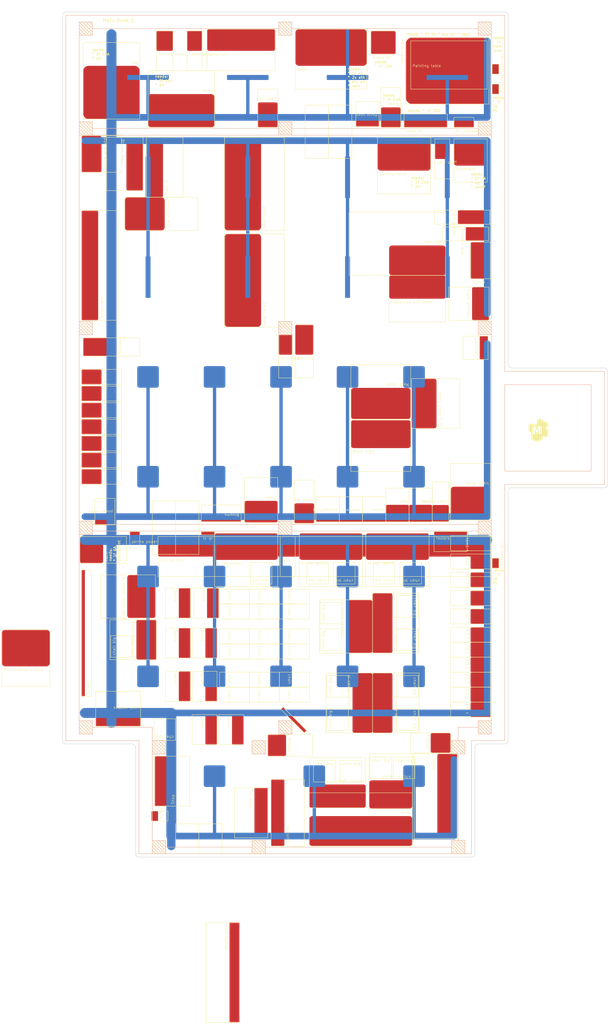
<source format=kicad_pcb>
(kicad_pcb (version 20211014) (generator pcbnew)
  (title_block (rev "5.0"))
  (layers (0 "F.Cu" signal) (1 "In1.Cu" signal "freeway.Cu") (2 "In2.Cu" signal "air.Cu") (31 "B.Cu" signal) (34 "B.Paste" user) (35 "F.Paste" user) (36 "B.SilkS" user "B.Silkscreen") (37 "F.SilkS" user "F.Silkscreen") (38 "B.Mask" user) (39 "F.Mask" user) (44 "Edge.Cuts" user))
  (net 0 "")
  (net 99 "Net-(L1-Pad1)")
  (footprint "-local:_o_lathe__" (layer "F.Cu") (at 120 55 180)
    (fp_text reference "R2")
    (fp_text value "Lathe")
  )
  (footprint "-local:_q_power_meter__" (layer "F.Cu") (at 101 263.5 90)
    (fp_text reference "R93")
    (fp_text value "meter")
  )
  (footprint "-local:_o_wheel_tower1__" (layer "F.Cu") (at 80 142.25 90)
    (fp_text reference "R52")
    (fp_text value "profile t")
  )
  (footprint "-local:_o_table_next__" (layer "F.Cu") (at 172.5 99.5)
    (fp_text reference "R16")
    (fp_text value "Table saw exit table")
  )
  (footprint "-local:_o_mill__" (layer "F.Cu") (at 97.5 52.5 180)
    (fp_text reference "R1")
    (fp_text value "Mill")
  )
  (footprint "-local:chair_small" (layer "F.Cu") (at 148.5 193.75 -90)
    (fp_text reference "Cs13")
    (fp_text value "chair s")
  )
  (footprint "-local:_e_rack__" (layer "F.Cu") (at 79.5 186 90)
    (fp_text reference "R99")
    (fp_text value "Rack")
  )
  (footprint "-local:_e_lab_table_tall__" (layer "F.Cu") (at 145.5 177)
    (fp_text reference "R74")
    (fp_text value "el lab table2")
  )
  (footprint "-local:_o_trash_bottles__" (layer "F.Cu") (at 127.5 294 -90)
    (fp_text reference "R43")
    (fp_text value "trash bottles")
  )
  (footprint "-local:_e_kitchen__" (layer "F.Cu") (at 193 243.25 -90)
    (fp_text reference "R66")
    (fp_text value "kitchen")
  )
  (footprint "-local:chair_small" (layer "F.Cu") (at 139.5 198.25 -90)
    (fp_text reference "Cs6")
    (fp_text value "chair s")
  )
  (footprint "-local:chair_small" (layer "F.Cu") (at 130.5 193.75 -90)
    (fp_text reference "Cs4")
    (fp_text value "chair s")
  )
  (footprint "-local:_e_bench__" (layer "F.Cu") (at 112.75 205.5 -90)
    (fp_text reference "Be6")
    (fp_text value "bench")
  )
  (footprint "-local:_o_metal_rack__" (layer "F.Cu") (at 80 113 90)
    (fp_text reference "R18")
    (fp_text value "metal rack")
  )
  (footprint "-local:chair_big" (layer "F.Cu") (at 159 189 180)
    (fp_text reference "Cb15")
    (fp_text value "chair big")
  )
  (footprint "-local:_o_work_clothes__" (layer "F.Cu") (at 97.75 235 180)
    (fp_text reference "R72")
    (fp_text value "work clothes")
  )
  (footprint "-local:_o_wheel_tower2__" (layer "F.Cu") (at 111.75 26)
    (fp_text reference "R3")
    (fp_text value "Lathe tools")
  )
  (footprint "-local:_o_trash_bucket__" (layer "F.Cu") (at 190.5 173.5 180)
    (fp_text reference "R41")
    (fp_text value "trash bucket")
  )
  (footprint "-local:base_main" (layer "F.Cu") (at 81.28 25.32)
    (fp_text reference "Main_Base_1")
    (fp_text value "Main Base")
    (fp_line (start 117 216) (end 117 248) (layer "Edge.Cuts") (width 0.12))
    (fp_line (start 156 138) (end 128 138) (layer "Edge.Cuts") (width 0.12))
    (fp_line (start -6 -5) (end 126 -5) (layer "Edge.Cuts") (width 0.12))
    (fp_line (start 15 248) (end 15 216) (layer "Edge.Cuts") (width 0.12))
    (fp_line (start 14 215) (end -6 215) (layer "Edge.Cuts") (width 0.12))
    (fp_line (start 127 -4) (end 127 101) (layer "Edge.Cuts") (width 0.12))
    (fp_line (start 128 102) (end 156 102) (layer "Edge.Cuts") (width 0.12))
    (fp_line (start 126 215) (end 118 215) (layer "Edge.Cuts") (width 0.12))
    (fp_line (start -7 214) (end -7 -4) (layer "Edge.Cuts") (width 0.12))
    (fp_line (start 157 103) (end 157 137) (layer "Edge.Cuts") (width 0.12))
    (fp_line (start 127 139) (end 127 214) (layer "Edge.Cuts") (width 0.12))
    (fp_line (start 116 249) (end 16 249) (layer "Edge.Cuts") (width 0.12))
    (fp_arc (start 117 216) (mid 117.292893 215.292893) (end 118 215) (layer "Edge.Cuts") (width 0.12))
    (fp_arc (start 117 248) (mid 116.707107 248.707107) (end 116 249) (layer "Edge.Cuts") (width 0.12))
    (fp_arc (start 156 102) (mid 156.707107 102.292893) (end 157 103) (layer "Edge.Cuts") (width 0.12))
    (fp_arc (start 128 102) (mid 127.292893 101.707107) (end 127 101) (layer "Edge.Cuts") (width 0.12))
    (fp_arc (start -6 215) (mid -6.707107 214.707107) (end -7 214) (layer "Edge.Cuts") (width 0.12))
    (fp_arc (start 127 214) (mid 126.707107 214.707107) (end 126 215) (layer "Edge.Cuts") (width 0.12))
    (fp_arc (start -7 -4) (mid -6.707107 -4.707107) (end -6 -5) (layer "Edge.Cuts") (width 0.12))
    (fp_arc (start 127 139) (mid 127.292893 138.292893) (end 128 138) (layer "Edge.Cuts") (width 0.12))
    (fp_arc (start 157 137) (mid 156.707107 137.707107) (end 156 138) (layer "Edge.Cuts") (width 0.12))
    (fp_arc (start 14 215) (mid 14.707107 215.292893) (end 15 216) (layer "Edge.Cuts") (width 0.12))
    (fp_arc (start 16 249) (mid 15.292893 248.707107) (end 15 248) (layer "Edge.Cuts") (width 0.12))
    (fp_arc (start 126 -5) (mid 126.707107 -4.707107) (end 127 -4) (layer "Edge.Cuts") (width 0.12))
  )
  (footprint "-local:_o_dirty_small_table__" (layer "F.Cu") (at 179.25 145.5 90)
    (fp_text reference "R55")
    (fp_text value "Dirty small table")
  )
  (footprint "-local:_o_drill_big__" (layer "F.Cu") (at 144.25 114.32)
    (fp_text reference "R31")
    (fp_text value "drill big")
  )
  (footprint "-local:_e_bench__" (layer "F.Cu") (at 120.75 218.5 -90)
    (fp_text reference "Be5")
    (fp_text value "bench")
  )
  (footprint "-local:_o_trash_metal__" (layer "F.Cu") (at 203 173 180)
    (fp_text reference "R40")
    (fp_text value "trash metal")
  )
  (footprint "-local:_q_laser_fan__" (layer "F.Cu") (at 203.5 39 90)
    (fp_text reference "R96")
    (fp_text value "Laser fan")
  )
  (footprint "-local:chair_big" (layer "F.Cu") (at 178 223 -90)
    (fp_text reference "Cb16")
    (fp_text value "chair big")
  )
  (footprint "-local:_e_lab_table_tall__" (layer "F.Cu") (at 165.5 177)
    (fp_text reference "R75")
    (fp_text value "el lab table3")
  )
  (footprint "-local:chair_small" (layer "F.Cu") (at 139.5 223.25 -90)
    (fp_text reference "Cs14")
    (fp_text value "chair s")
  )
  (footprint "-local:_q_paint_fan__" (layer "F.Cu") (at 203.5 45 90)
    (fp_text reference "R97")
    (fp_text value "Paint fan")
  )
  (footprint "-local:_o_welding_table__" (layer "F.Cu") (at 169 58)
    (fp_text reference "R17")
    (fp_text value "Welding table")
  )
  (footprint "-local:chair_big" (layer "F.Cu") (at 155 201 90)
    (fp_text reference "Cb11")
    (fp_text value "chair big")
  )
  (footprint "-local:_e_tv_live__" (layer "F.Cu") (at 147 237 135)
    (fp_text reference "R71")
    (fp_text value "tv live")
  )
  (footprint "-local:_e_parts_shelf__" (layer "F.Cu") (at 136 253.5 -90)
    (fp_text reference "R61")
    (fp_text value "For parts")
  )
  (footprint "-local:chair_big" (layer "F.Cu") (at 92 211 90)
    (fp_text reference "Cb18")
    (fp_text value "chair big")
  )
  (footprint "-local:_o_wheel_tower1__" (layer "F.Cu") (at 80 152.25 90)
    (fp_text reference "R46")
    (fp_text value "brackets t")
  )
  (footprint "-local:_e_bench__" (layer "F.Cu") (at 121.25 193.5 -90)
    (fp_text reference "Be8")
    (fp_text value "bench")
  )
  (footprint "-local:_o_belt_grind__" (layer "F.Cu") (at 202.8 79.9 -90)
    (fp_text reference "R27")
    (fp_text value "Belt grinder")
  )
  (footprint "-local:_o_chair_box__" (layer "F.Cu") (at 56 206)
    (fp_text reference "R58")
    (fp_text value "Presentation chairs")
  )
  (footprint "-local:chair_big" (layer "F.Cu") (at 157 233 90)
    (fp_text reference "Cb13")
    (fp_text value "chair big")
  )
  (footprint "-local:_o_air_storage__" (layer "F.Cu") (at 192 52)
    (fp_text reference "R10")
    (fp_text value "Air storage")
  )
  (footprint "-local:chair_big" (layer "F.Cu") (at 151 189 180)
    (fp_text reference "Cb9")
    (fp_text value "chair big")
  )
  (footprint "-local:_e_kitchen_table1__" (layer "F.Cu") (at 165.5 259.5 180)
    (fp_text reference "R67")
    (fp_text value "kitchen table1")
  )
  (footprint "-local:_o_turn_metal__" (layer "F.Cu") (at 102.5 26)
    (fp_text reference "R4")
    (fp_text value "Turning metal")
  )
  (footprint "-local:_q_power_distribution_box__" (layer "F.Cu") (at 90 174.5 180)
    (fp_text reference "R95")
    (fp_text value "power distro")
  )
  (footprint "-local:_o_wheel_tower2__" (layer "F.Cu") (at 139.75 178)
    (fp_text reference "R86")
    (fp_text value "rack t")
  )
  (footprint "-local:_o_drill_small__" (layer "F.Cu") (at 139.28 117.32)
    (fp_text reference "R32")
    (fp_text value "drill small")
  )
  (footprint "-local:_e_ceiling_shelf__" (layer "F.Cu") (at 103 178)
    (fp_text reference "R64")
    (fp_text value "Ceiling shelf")
  )
  (footprint "-local:_o_strings_wheels_shelf__" (layer "F.Cu") (at 80 68.5 90)
    (fp_text reference "R22")
    (fp_text value "Strings and wheels")
  )
  (footprint "-local:_q_perma_power_box__" (layer "F.Cu") (at 94.5 176.5)
    (fp_text reference "R94")
    (fp_text value "perma power")
  )
  (footprint "-local:_e_bench__" (layer "F.Cu") (at 128.75 231.5 -90)
    (fp_text reference "Be7")
    (fp_text value "bench")
  )
  (footprint "-local:_e_presentation_table__" (layer "F.Cu") (at 102.5 203 -90)
    (fp_text reference "R56")
    (fp_text value "Presentation table")
  )
  (footprint "-local:_o_wheel_tower3__" (layer "F.Cu") (at 203 223.25 -90)
    (fp_text reference "R91")
    (fp_text value "el5 t")
  )
  (footprint "-local:chair_big" (layer "F.Cu") (at 134 189 180)
    (fp_text reference "Cb10")
    (fp_text value "chair big")
  )
  (footprint "-local:_o_thin_shelf__" (layer "F.Cu") (at 171.5 173.55 180)
    (fp_text reference "R35")
    (fp_text value "rulers")
  )
  (footprint "-local:_e_screen__" (layer "F.Cu") (at 80 226 90)
    (fp_text reference "R57")
    (fp_text value "Screen")
  )
  (footprint "-local:_o_wheel_tower3__" (layer "F.Cu") (at 203 205.25 -90)
    (fp_text reference "R87")
    (fp_text value "el1 t")
  )
  (footprint "-local:_o_thin_shelf__" (layer "F.Cu") (at 169.5 54.75 180)
    (fp_text reference "R13")
    (fp_text value "Paint shelf")
  )
  (footprint "-local:_e_machine_shelf__" (layer "F.Cu") (at 137 271 90)
    (fp_text reference "R62")
    (fp_text value "Machines")
  )
  (footprint "-local:chair_big" (layer "F.Cu") (at 161 248.5)
    (fp_text reference "Cb8")
    (fp_text value "chair big")
  )
  (footprint "-local:_o_wheel_tower2__" (layer "F.Cu") (at 186.25 58.5)
    (fp_text reference "R23")
    (fp_text value "weld stuff")
  )
  (footprint "-local:chair_big" (layer "F.Cu") (at 153 248.5)
    (fp_text reference "Cb5")
    (fp_text value "chair big")
  )
  (footprint "-local:_o_wheel_tower2__" (layer "F.Cu") (at 203 183.25 -90)
    (fp_text reference "R82")
    (fp_text value "fdm2 t")
  )
  (footprint "-local:_o_wheel_tower3__" (layer "F.Cu") (at 203 209.75 -90)
    (fp_text reference "R88")
    (fp_text value "el2 t")
  )
  (footprint "-local:_o_trash_electronics__" (layer "F.Cu") (at 99.5 76 90)
    (fp_text reference "R45")
    (fp_text value "Trash el")
  )
  (footprint "-local:_o_angle_grinders__" (layer "F.Cu") (at 202.55 103 -90)
    (fp_text reference "R25")
    (fp_text value "Angle grinders")
  )
  (footprint "-local:_o_wheel_tower2__" (layer "F.Cu") (at 203 188.75 -90)
    (fp_text reference "R83")
    (fp_text value "fdm3 t")
  )
  (footprint "-local:_e_center_table1__" (layer "F.Cu") (at 167.5 237 90)
    (fp_text reference "R77")
    (fp_text value "el center table12")
  )
  (footprint "-local:_o_brooms__" (layer "F.Cu") (at 128 173.5 180)
    (fp_text reference "R44")
    (fp_text value "Brooms")
  )
  (footprint "-local:chair_big" (layer "F.Cu") (at 105 236 180)
    (fp_text reference "Cb19")
    (fp_text value "chair big")
  )
  (footprint "-local:_o_wheel_tower3__" (layer "F.Cu") (at 203 218.75 -90)
    (fp_text reference "R90")
    (fp_text value "el4 t")
  )
  (footprint "-local:_o_wheel_tower1__" (layer "F.Cu") (at 80 132.25 90)
    (fp_text reference "R49")
    (fp_text value "m3 t")
  )
  (footprint "-local:_o_wheel_tower2__" (layer "F.Cu") (at 203 199.75 -90)
    (fp_text reference "R85")
    (fp_text value "sla2 t")
  )
  (footprint "-local:_o_wheel_tower3__" (layer "F.Cu") (at 203 214.25 -90)
    (fp_text reference "R89")
    (fp_text value "el3 t")
  )
  (footprint "-local:_o_stove__" (layer "F.Cu") (at 176 55 180)
    (fp_text reference "R14")
    (fp_text value "Stove")
  )
  (footprint "-local:chair_small" (layer "F.Cu") (at 139.5 210.25 -90)
    (fp_text reference "Cs11")
    (fp_text value "chair s")
  )
  (footprint "-local:_o_laser__" (layer "F.Cu") (at 144.3 25.5)
    (fp_text reference "R5")
    (fp_text value "Laser")
  )
  (footprint "-local:chair_small" (layer "F.Cu") (at 139.5 218.75 -90)
    (fp_text reference "Cs8")
    (fp_text value "chair s")
  )
  (footprint "-local:_o_sandblast__" (layer "F.Cu") (at 192 58.5)
    (fp_text reference "R24")
    (fp_text value "Sandblast")
  )
  (footprint "-local:_o_wheel_tower1__" (layer "F.Cu") (at 80 162.25 90)
    (fp_text reference "R50")
    (fp_text value "pneumo t")
  )
  (footprint "-local:chair_big" (layer "F.Cu") (at 178 233 -90)
    (fp_text reference "Cb12")
    (fp_text value "chair big")
  )
  (footprint "-local:_e_center_table2__" (layer "F.Cu") (at 167.5 197 -90)
    (fp_text reference "R79")
    (fp_text value "el center table22")
  )
  (footprint "-local:chair_big" (layer "F.Cu") (at 171 189 180)
    (fp_text reference "Cb6")
    (fp_text value "chair big")
  )
  (footprint "-local:_e_kitchen_freezer__" (layer "F.Cu") (at 191 237 -90)
    (fp_text reference "R69")
    (fp_text value "Freezer")
  )
  (footprint "-local:_o_palet_rack__" (layer "F.Cu") (at 123 86 90)
    (fp_text reference "R19")
    (fp_text value "palet rack1")
  )
  (footprint "-local:chair_small" (layer "F.Cu") (at 130.5 210.25 -90)
    (fp_text reference "Cs15")
    (fp_text value "chair s")
  )
  (footprint "-local:_o_thin_shelf__" (layer "F.Cu") (at 164.5 173.55 180)
    (fp_text reference "R34")
    (fp_text value "hammers")
  )
  (footprint "-local:chair_small" (layer "F.Cu") (at 130.5 218.75 -90)
    (fp_text reference "Cs9")
    (fp_text value "chair s")
  )
  (footprint "-local:_e_testers__" (layer "F.Cu") (at 186 176.5)
    (fp_text reference "R63")
    (fp_text value "Testers")
  )
  (footprint "-local:_e_lab_table_normal__" (layer "F.Cu") (at 120 177)
    (fp_text reference "R73")
    (fp_text value "el lab table1")
  )
  (footprint "-local:chair_small" (layer "F.Cu") (at 139.5 193.75 -90)
    (fp_text reference "Cs3")
    (fp_text value "chair s")
  )
  (footprint "-local:chair_big" (layer "F.Cu") (at 170 247.5)
    (fp_text reference "Cb1")
    (fp_text value "chair big")
  )
  (footprint "-local:_o_laser_bin__" (layer "F.Cu") (at 139 55 180)
    (fp_text reference "R6")
    (fp_text value "Laser bin")
  )
  (footprint "-local:_o_paint_booth__" (layer "F.Cu") (at 202.5 28 -90)
    (fp_text reference "R11")
    (fp_text value "Paint booth")
  )
  (footprint "-local:chair_small" (layer "F.Cu") (at 148.5 210.25 -90)
    (fp_text reference "Cs12")
    (fp_text value "chair s")
  )
  (footprint "-local:_e_bench__" (layer "F.Cu") (at 120.75 231.5 -90)
    (fp_text reference "Be2")
    (fp_text value "bench")
  )
  (footprint "-local:_o_wheel_tower2__" (layer "F.Cu") (at 203 194.25 -90)
    (fp_text reference "R84")
    (fp_text value "sla1 t")
  )
  (footprint "-local:chair_big" (layer "F.Cu") (at 177 247.5)
    (fp_text reference "Cb4")
    (fp_text value "chair big")
  )
  (footprint "-local:_e_shitty_table__" (layer "F.Cu") (at 102.25 189.5 -90)
    (fp_text reference "R80")
    (fp_text value "el center shitty table")
  )
  (footprint "-local:chair_small" (layer "F.Cu") (at 148.5 205.75 -90)
    (fp_text reference "Cs17")
    (fp_text value "chair s")
  )
  (footprint "-local:chair_big" (layer "F.Cu") (at 178 209 -90)
    (fp_text reference "Cb3")
    (fp_text value "chair big")
  )
  (footprint "-local:_o_trash_bin__" (layer "F.Cu") (at 150 174 180)
    (fp_text reference "R42")
    (fp_text value "trash bin")
  )
  (footprint "-local:chair_small" (layer "F.Cu") (at 148.5 198.25 -90)
    (fp_text reference "Cs5")
    (fp_text value "chair s")
  )
  (footprint "-local:_o_palet_rack__" (layer "F.Cu") (at 123 115 90)
    (fp_text reference "R20")
    (fp_text value "palet rack2")
  )
  (footprint "-local:_e_center_table1__" (layer "F.Cu") (at 167.5 219 -90)
    (fp_text reference "R76")
    (fp_text value "el center table11")
  )
  (footprint "-local:_o_grinder_tree__" (layer "F.Cu") (at 202.45 84.95 -90)
    (fp_text reference "R26")
    (fp_text value "Grinders tree")
  )
  (footprint "-local:_e_bench__" (layer "F.Cu") (at 112.75 193.5 -90)
    (fp_text reference "Be1")
    (fp_text value "bench")
  )
  (footprint "-local:_o_air_loud__" (layer "F.Cu") (at 177 51)
    (fp_text reference "R9")
    (fp_text value "Loud Air")
  )
  (footprint "-local:_e_tv_qr__" (layer "F.Cu") (at 116 176.5)
    (fp_text reference "R70")
    (fp_text value "tv qr")
  )
  (footprint "-local:_o_thin_shelf__" (layer "F.Cu") (at 157.5 173.55 180)
    (fp_text reference "R33")
    (fp_text value "screwdrivers")
  )
  (footprint "-local:_o_wheel_tower1__" (layer "F.Cu") (at 80 137.25 90)
    (fp_text reference "R47")
    (fp_text value "springs t")
  )
  (footprint "-local:_e_shop__" (layer "F.Cu") (at 102 259 90)
    (fp_text reference "R60")
    (fp_text value "Shop")
  )
  (footprint "-local:_o_thick_shelf__" (layer "F.Cu") (at 178.5 173.55 180)
    (fp_text reference "R37")
    (fp_text value "ppe")
  )
  (footprint "-local:_o_broken_tools_shelf__" (layer "F.Cu") (at 98.5 58 -90)
    (fp_text reference "R21")
    (fp_text value "Broken tools")
  )
  (footprint "-local:_o_wood_table__" (layer "F.Cu") (at 161 143)
    (fp_text reference "R53")
    (fp_text value "Wood table")
  )
  (footprint "-local:_o_cube_container__" (layer "F.Cu") (at 93 86 90)
    (fp_text reference "R39")
    (fp_text value "cube container")
  )
  (footprint "-local:_o_planer__" (layer "F.Cu") (at 197 89.5)
    (fp_text reference "R29")
    (fp_text value "Planer")
  )
  (footprint "-local:_o_air_silent__" (layer "F.Cu") (at 167 26)
    (fp_text reference "R8")
    (fp_text value "Silent Air")
  )
  (footprint "-local:chair_small" (layer "F.Cu") (at 148.5 223.25 -90)
    (fp_text reference "Cs16")
    (fp_text value "chair s")
  )
  (footprint "-local:chair_big" (layer "F.Cu") (at 178 199 -90)
    (fp_text reference "Cb17")
    (fp_text value "chair big")
  )
  (footprint "-local:_e_bench__" (layer "F.Cu") (at 120.75 205.5 -90)
    (fp_text reference "Be3")
    (fp_text value "bench")
  )
  (footprint "-local:chair_big" (layer "F.Cu") (at 157 223 90)
    (fp_text reference "Cb2")
    (fp_text value "chair big")
  )
  (footprint "-local:_o_wheel_tower3__" (layer "F.Cu") (at 203 227.75 -90)
    (fp_text reference "R92")
    (fp_text value "el6 t")
  )
  (footprint "-local:_o_wheel_tower1__" (layer "F.Cu") (at 80 157.25 90)
    (fp_text reference "R51")
    (fp_text value "m5-8 t")
  )
  (footprint "-local:_o_painting_table__" (layer "F.Cu") (at 179 29)
    (fp_text reference "R12")
    (fp_text value "Painting table")
  )
  (footprint "-local:_e_center_table1__" (layer "F.Cu") (at 167.5 213 90)
    (fp_text reference "R78")
    (fp_text value "el center table21")
  )
  (footprint "-local:chair_small" (layer "F.Cu") (at 130.5 198.25 -90)
    (fp_text reference "Cs10")
    (fp_text value "chair s")
  )
  (footprint "-local:_o_bandsaw__" (layer "F.Cu") (at 80.5 123.75 90)
    (fp_text reference "R30")
    (fp_text value "Bandsaw")
  )
  (footprint "-local:_o_thin_shelf__" (layer "F.Cu") (at 202.25 117.75 -90)
    (fp_text reference "R36")
    (fp_text value "pneumatic")
  )
  (footprint "-local:table_saw" (layer "F.Cu") (at 189.5 99.5 180)
    (fp_text reference "R15")
    (fp_text value "Table saw")
  )
  (footprint "-local:logo_kms_small_silkscreen" (layer "F.Cu") (at 217 146)
    (fp_text reference "G1" hide)
    (fp_text value "LOGO_KMS" hide)
  )
  (footprint "-local:_e_lightbox__" (layer "F.Cu") (at 136 244 90)
    (fp_text reference "R65")
    (fp_text value "Lightbox")
  )
  (footprint "-local:_o_wheel_tower1__" (layer "F.Cu") (at 80 147.25 90)
    (fp_text reference "R48")
    (fp_text value "m20+ t")
  )
  (footprint "-local:_o_wheel_tower2__" (layer "F.Cu") (at 203 177.75 -90)
    (fp_text reference "R81")
    (fp_text value "fdm1 t")
  )
  (footprint "-local:_o_thick_shelf__" (layer "F.Cu") (at 185.5 173.55 180)
    (fp_text reference "R38")
    (fp_text value "files")
  )
  (footprint "-local:chair_small" (layer "F.Cu") (at 139.5 205.75 -90)
    (fp_text reference "Cs2")
    (fp_text value "chair s")
  )
  (footprint "-local:_o_press__" (layer "F.Cu") (at 139 173.75 180)
    (fp_text reference "R28")
    (fp_text value "Press")
  )
  (footprint "-local:_e_sofa__" (layer "F.Cu") (at 179.5 271 180)
    (fp_text reference "R59")
    (fp_text value "Sofa")
  )
  (footprint "-local:_o_laser_ply__" (layer "F.Cu") (at 117.75 25.5)
    (fp_text reference "R7")
    (fp_text value "Laser ply")
  )
  (footprint "-local:chair_big" (layer "F.Cu") (at 179 189 180)
    (fp_text reference "Cb7")
    (fp_text value "chair big")
  )
  (footprint "-local:_e_shitty_table__" (layer "F.Cu") (at 179.5 259.75 180)
    (fp_text reference "R68")
    (fp_text value "kitchen table2")
  )
  (footprint "-local:chair_small" (layer "F.Cu") (at 130.5 205.75 -90)
    (fp_text reference "Cs18")
    (fp_text value "chair s")
  )
  (footprint "-local:_o_metal_table__" (layer "F.Cu") (at 179 142.7 180)
    (fp_text reference "R54")
    (fp_text value "Metal table")
  )
  (footprint "-local:chair_small" (layer "F.Cu") (at 148.5 218.75 -90)
    (fp_text reference "Cs7")
    (fp_text value "chair s")
  )
  (footprint "-local:chair_big" (layer "F.Cu") (at 155 209 90)
    (fp_text reference "Cb14")
    (fp_text value "chair big")
  )
  (footprint "-local:_e_bench__" (layer "F.Cu") (at 112.75 218.5 -90)
    (fp_text reference "Be4")
    (fp_text value "bench")
  )
  (footprint "-local:_q_printers_fan__" (layer "F.Cu") (at 203.5 187.5 90)
    (fp_text reference "R98")
    (fp_text value "Printers fan")
  )
  (footprint "-local:chair_small" (layer "F.Cu") (at 130.5 223.25 -90)
    (fp_text reference "Cs1")
    (fp_text value "chair s")
  )
  (footprint "-local:light_long" (layer "B.Cu") (at 130 70 -90)
    (fp_text reference "L28")
    (fp_text value "light")
  )
  (footprint "-local:light_long" (layer "B.Cu") (at 190 100 -90)
    (fp_text reference "L34")
    (fp_text value "light")
  )
  (footprint "-local:light_long" (layer "B.Cu") (at 190 40 180)
    (fp_text reference "L24")
    (fp_text value "light")
  )
  (footprint "-local:light_square" (layer "B.Cu") (at 180 190 180)
    (fp_text reference "L6")
    (fp_text value "light")
  )
  (footprint "-local:light_square" (layer "B.Cu") (at 160 160 180)
    (fp_text reference "L22")
    (fp_text value "light")
  )
  (footprint "-local:light_square" (layer "B.Cu") (at 100 220 180)
    (fp_text reference "L3")
    (fp_text value "light")
  )
  (footprint "-local:light_square" (layer "B.Cu") (at 180 250 180)
    (fp_text reference "L9")
    (fp_text value "light")
  )
  (footprint "-local:light_long" (layer "B.Cu") (at 130 100 -90)
    (fp_text reference "L25")
    (fp_text value "light")
  )
  (footprint "-local:light_square" (layer "B.Cu") (at 160 190 180)
    (fp_text reference "L7")
    (fp_text value "light")
  )
  (footprint "-local:light_square" (layer "B.Cu") (at 140 160 180)
    (fp_text reference "L19")
    (fp_text value "light")
  )
  (footprint "-local:light_square" (layer "B.Cu") (at 150 250 180)
    (fp_text reference "L10")
    (fp_text value "light")
  )
  (footprint "-local:light_long" (layer "B.Cu") (at 100 100 -90)
    (fp_text reference "L26")
    (fp_text value "light")
  )
  (footprint "-local:light_long" (layer "B.Cu") (at 160 40 180)
    (fp_text reference "L33")
    (fp_text value "light")
  )
  (footprint "-local:light_square" (layer "B.Cu") (at 120 160 180)
    (fp_text reference "L14")
    (fp_text value "light")
  )
  (footprint "-local:light_square" (layer "B.Cu") (at 120 190 180)
    (fp_text reference "L4")
    (fp_text value "light")
  )
  (footprint "-local:light_square" (layer "B.Cu") (at 120 250 180)
    (fp_text reference "L11")
    (fp_text value "light")
  )
  (footprint "-local:light_long" (layer "B.Cu") (at 100 40 180)
    (fp_text reference "L35")
    (fp_text value "light")
  )
  (footprint "-local:light_square" (layer "B.Cu") (at 100 160 180)
    (fp_text reference "L20")
    (fp_text value "light")
  )
  (footprint "-local:light_square" (layer "B.Cu") (at 140 190 180)
    (fp_text reference "L1")
    (fp_text value "light")
  )
  (footprint "-local:light_square" (layer "B.Cu") (at 140 130 180)
    (fp_text reference "L23")
    (fp_text value "light")
  )
  (footprint "-local:light_long" (layer "B.Cu") (at 160 70 -90)
    (fp_text reference "L27")
    (fp_text value "light")
  )
  (footprint "-local:light_square" (layer "B.Cu") (at 160 130 180)
    (fp_text reference "L21")
    (fp_text value "light")
  )
  (footprint "-local:light_square" (layer "B.Cu") (at 180 220 180)
    (fp_text reference "L8")
    (fp_text value "light")
  )
  (footprint "-local:light_square" (layer "B.Cu") (at 100 190 180)
    (fp_text reference "L2")
    (fp_text value "light")
  )
  (footprint "-local:light_long" (layer "B.Cu") (at 160 100 -90)
    (fp_text reference "L31")
    (fp_text value "light")
  )
  (footprint "-local:light_square" (layer "B.Cu") (at 140 220 180)
    (fp_text reference "L18")
    (fp_text value "light")
  )
  (footprint "-local:light_square" (layer "B.Cu") (at 120 220 180)
    (fp_text reference "L15")
    (fp_text value "light")
  )
  (footprint "-local:light_long" (layer "B.Cu") (at 130 40 180)
    (fp_text reference "L30")
    (fp_text value "light")
  )
  (footprint "-local:light_long" (layer "B.Cu") (at 190 70 -90)
    (fp_text reference "L32")
    (fp_text value "light")
  )
  (footprint "-local:light_square" (layer "B.Cu") (at 180 130 180)
    (fp_text reference "L17")
    (fp_text value "light")
  )
  (footprint "-local:light_square" (layer "B.Cu") (at 180 160 180)
    (fp_text reference "L16")
    (fp_text value "light")
  )
  (footprint "-local:light_long" (layer "B.Cu") (at 100 70 -90)
    (fp_text reference "L29")
    (fp_text value "light")
  )
  (footprint "-local:light_square" (layer "B.Cu") (at 160 220 180)
    (fp_text reference "L5")
    (fp_text value "light")
  )
  (footprint "-local:light_square" (layer "B.Cu") (at 100 130 180)
    (fp_text reference "L12")
    (fp_text value "light")
  )
  (footprint "-local:light_square" (layer "B.Cu") (at 120 130 180)
    (fp_text reference "L13")
    (fp_text value "light")
  )
  (gr_text "needs:\n* 3f 15A\n* air\n" (at 102 41) (layer "F.SilkS") (effects (font (size 0.8 0.8)) (justify left)))
  (gr_text "needs:\n* 1f 6A\npermanent" (at 90 185.5 90) (layer "F.SilkS") (effects (font (size 0.8 0.8)) (justify left)))
  (gr_text "needs:\n* 1f \nfrom\nlaser" (at 203.5 30) (layer "F.SilkS") (effects (font (size 0.8 0.8)) (justify left)))
  (gr_text "needs:\n* 1f 7A\n* air\n* vent?" (at 197 71) (layer "F.SilkS") (effects (font (size 0.8 0.8)) (justify left)))
  (gr_text "needs:\n* 1f 15A" (at 170.5 46) (layer "F.SilkS") (effects (font (size 0.8 0.8)) (justify left)))
  (gr_text "needs:\n* 1f 4A\n* 2x eth\n* dry air\n* vent" (at 160 40) (layer "F.SilkS") (effects (font (size 0.8 0.8)) (justify left)))
  (gr_text "needs:\n* 3f 10A\n* air\n" (at 83 33) (layer "F.SilkS") (effects (font (size 0.8 0.8)) (justify left)))
  (gr_text "needs: * 1f 4A * dry air * vent" (at 177.5 27) (layer "F.SilkS") (effects (font (size 0.8 0.8)) (justify left)))
  (gr_text "needs:\n* 1f 10A" (at 168 36) (layer "F.SilkS") (effects (font (size 0.8 0.8)) (justify left)))
  (gr_text "needs: * 1f 20A" (at 178 50) (layer "F.SilkS") (effects (font (size 0.8 0.8)) (justify left)))
  (gr_text "needs:\n* 1f\n4A\nRC" (at 203.5 190) (layer "F.SilkS") (effects (font (size 0.8 0.8)) (justify left)))
  (gr_text "needs:\n* 1f 20A\n* air" (at 179 71.5) (layer "F.SilkS") (effects (font (size 0.8 0.8)) (justify left)))
  (gr_text "needs:\n* 1f\n2A\nRC" (at 203.5 48) (layer "F.SilkS") (effects (font (size 0.8 0.8)) (justify left)))
  (segment (start 180 160) (end 180 172) (width 1) (layer "B.Cu") (net 99))
  (segment (start 130 100) (end 130 70) (width 1) (layer "B.Cu") (net 99))
  (segment (start 190 172) (end 202 172) (width 2) (layer "B.Cu") (net 99))
  (segment (start 89 231) (end 81 231) (width 3) (layer "B.Cu") (net 99))
  (segment (start 100 52) (end 130 52) (width 2) (layer "B.Cu") (net 99))
  (segment (start 191 59) (end 202 59) (width 2) (layer "B.Cu") (net 99))
  (segment (start 100 70) (end 100 59) (width 1) (layer "B.Cu") (net 99))
  (segment (start 100 190) (end 100 180) (width 1) (layer "B.Cu") (net 99))
  (segment (start 180 172) (end 190 172) (width 2) (layer "B.Cu") (net 99))
  (segment (start 160 160) (end 160 172) (width 1) (layer "B.Cu") (net 99))
  (segment (start 190 179) (end 202 179) (width 3) (layer "B.Cu") (net 99))
  (segment (start 160 52) (end 190 52) (width 2) (layer "B.Cu") (net 99))
  (segment (start 160 40) (end 160 52) (width 1) (layer "B.Cu") (net 99))
  (segment (start 130 179) (end 140 179) (width 3) (layer "B.Cu") (net 99))
  (segment (start 180 179) (end 190 179) (width 3) (layer "B.Cu") (net 99))
  (segment (start 89 231) (end 89 52) (width 3) (layer "B.Cu") (net 99))
  (segment (start 140 179) (end 160 179) (width 3) (layer "B.Cu") (net 99))
  (segment (start 120 268) (end 150 268) (width 2) (layer "B.Cu") (net 99))
  (segment (start 89 52) (end 100 52) (width 2) (layer "B.Cu") (net 99))
  (segment (start 100 160) (end 100 172) (width 1) (layer "B.Cu") (net 99))
  (segment (start 160 100) (end 160 70) (width 1) (layer "B.Cu") (net 99))
  (segment (start 130 40) (end 130 52) (width 1) (layer "B.Cu") (net 99))
  (segment (start 160 172) (end 180 172) (width 2) (layer "B.Cu") (net 99))
  (segment (start 120 220) (end 120 190) (width 1) (layer "B.Cu") (net 99))
  (segment (start 130 52) (end 160 52) (width 2) (layer "B.Cu") (net 99))
  (segment (start 180 220) (end 180 190) (width 1) (layer "B.Cu") (net 99))
  (segment (start 192 268) (end 192 245) (width 2) (layer "B.Cu") (net 99))
  (segment (start 202 59) (end 202 111) (width 2) (layer "B.Cu") (net 99))
  (segment (start 180 250) (end 180 267) (width 1) (layer "B.Cu") (net 99))
  (segment (start 140 190) (end 140 179) (width 1) (layer "B.Cu") (net 99))
  (segment (start 81 59) (end 100 59) (width 2) (layer "B.Cu") (net 99))
  (segment (start 140 220) (end 140 190) (width 1) (layer "B.Cu") (net 99))
  (segment (start 190 60) (end 191 59) (width 1) (layer "B.Cu") (net 99))
  (segment (start 160 220) (end 160 190) (width 1) (layer "B.Cu") (net 99))
  (segment (start 202 179) (end 202 231) (width 2) (layer "B.Cu") (net 99))
  (segment (start 180 190) (end 180 179) (width 1) (layer "B.Cu") (net 99))
  (segment (start 107 231) (end 107 268) (width 3) (layer "B.Cu") (net 99))
  (segment (start 190 52) (end 202 52) (width 2) (layer "B.Cu") (net 99))
  (segment (start 140 172) (end 160 172) (width 2) (layer "B.Cu") (net 99))
  (segment (start 202 52) (end 202 29) (width 2) (layer "B.Cu") (net 99))
  (segment (start 107 268) (end 107 271) (width 2.5) (layer "B.Cu") (net 99))
  (segment (start 150 250) (end 150 268) (width 1) (layer "B.Cu") (net 99))
  (segment (start 190 100) (end 190 70) (width 1) (layer "B.Cu") (net 99))
  (segment (start 100 59) (end 130 59) (width 2) (layer "B.Cu") (net 99))
  (segment (start 100 172) (end 120 172) (width 2) (layer "B.Cu") (net 99))
  (segment (start 160 70) (end 160 59) (width 1) (layer "B.Cu") (net 99))
  (segment (start 107 231) (end 202 231) (width 2) (layer "B.Cu") (net 99))
  (segment (start 160 130) (end 160 160) (width 1) (layer "B.Cu") (net 99))
  (segment (start 89 52) (end 89 40) (width 3) (layer "B.Cu") (net 99))
  (segment (start 180 267) (end 181 268) (width 1) (layer "B.Cu") (net 99))
  (segment (start 120 190) (end 120 180) (width 1) (layer "B.Cu") (net 99))
  (segment (start 100 130) (end 100 160) (width 1) (layer "B.Cu") (net 99))
  (segment (start 100 100) (end 100 70) (width 1) (layer "B.Cu") (net 99))
  (segment (start 150 268) (end 181 268) (width 2) (layer "B.Cu") (net 99))
  (segment (start 160 190) (end 160 179) (width 1) (layer "B.Cu") (net 99))
  (segment (start 100 220) (end 100 190) (width 1) (layer "B.Cu") (net 99))
  (segment (start 89 234) (end 89 231) (width 3) (layer "B.Cu") (net 99))
  (segment (start 120 250) (end 120 268) (width 1) (layer "B.Cu") (net 99))
  (segment (start 130 59) (end 160 59) (width 2) (layer "B.Cu") (net 99))
  (segment (start 180 130) (end 180 160) (width 1) (layer "B.Cu") (net 99))
  (segment (start 190 70) (end 190 60) (width 1) (layer "B.Cu") (net 99))
  (segment (start 100 40) (end 100 52) (width 1) (layer "B.Cu") (net 99))
  (segment (start 89 231) (end 107 231) (width 3) (layer "B.Cu") (net 99))
  (segment (start 120 160) (end 120 172) (width 1) (layer "B.Cu") (net 99))
  (segment (start 160 40) (end 160 26) (width 1) (layer "B.Cu") (net 99))
  (segment (start 107 268) (end 120 268) (width 2) (layer "B.Cu") (net 99))
  (segment (start 181 268) (end 192 268) (width 2) (layer "B.Cu") (net 99))
  (segment (start 81 172) (end 100 172) (width 2) (layer "B.Cu") (net 99))
  (segment (start 100 180) (end 101 179) (width 1) (layer "B.Cu") (net 99))
  (segment (start 89 40) (end 89 27) (width 3) (layer "B.Cu") (net 99))
  (segment (start 81 179) (end 101 179) (width 3) (layer "B.Cu") (net 99))
  (segment (start 119 179) (end 130 179) (width 3) (layer "B.Cu") (net 99))
  (segment (start 190 40) (end 190 52) (width 1) (layer "B.Cu") (net 99))
  (segment (start 160 179) (end 180 179) (width 3) (layer "B.Cu") (net 99))
  (segment (start 140 160) (end 140 172) (width 1) (layer "B.Cu") (net 99))
  (segment (start 120 130) (end 120 160) (width 1) (layer "B.Cu") (net 99))
  (segment (start 160 59) (end 191 59) (width 2) (layer "B.Cu") (net 99))
  (segment (start 140 130) (end 140 160) (width 1) (layer "B.Cu") (net 99))
  (segment (start 101 179) (end 119 179) (width 3) (layer "B.Cu") (net 99))
  (segment (start 120 180) (end 119 179) (width 1) (layer "B.Cu") (net 99))
  (segment (start 130 70) (end 130 59) (width 1) (layer "B.Cu") (net 99))
  (segment (start 130 172) (end 140 172) (width 2) (layer "B.Cu") (net 99))
  (segment (start 202 172) (end 202 120) (width 2) (layer "B.Cu") (net 99))
  (segment (start 120 172) (end 130 172) (width 2) (layer "B.Cu") (net 99))
)
</source>
